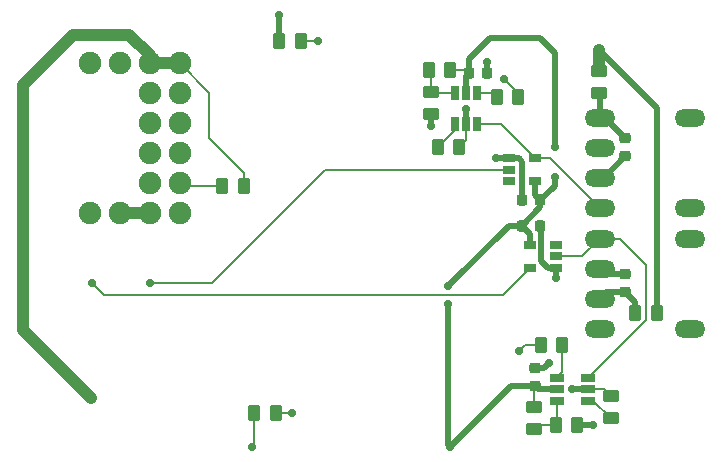
<source format=gbl>
G04 #@! TF.GenerationSoftware,KiCad,Pcbnew,(6.0.0)*
G04 #@! TF.CreationDate,2022-01-21T17:49:37-05:00*
G04 #@! TF.ProjectId,serial_interface,73657269-616c-45f6-996e-746572666163,D1*
G04 #@! TF.SameCoordinates,Original*
G04 #@! TF.FileFunction,Copper,L2,Bot*
G04 #@! TF.FilePolarity,Positive*
%FSLAX45Y45*%
G04 Gerber Fmt 4.5, Leading zero omitted, Abs format (unit mm)*
G04 Created by KiCad (PCBNEW (6.0.0)) date 2022-01-21 17:49:37*
%MOMM*%
%LPD*%
G01*
G04 APERTURE LIST*
G04 Aperture macros list*
%AMRoundRect*
0 Rectangle with rounded corners*
0 $1 Rounding radius*
0 $2 $3 $4 $5 $6 $7 $8 $9 X,Y pos of 4 corners*
0 Add a 4 corners polygon primitive as box body*
4,1,4,$2,$3,$4,$5,$6,$7,$8,$9,$2,$3,0*
0 Add four circle primitives for the rounded corners*
1,1,$1+$1,$2,$3*
1,1,$1+$1,$4,$5*
1,1,$1+$1,$6,$7*
1,1,$1+$1,$8,$9*
0 Add four rect primitives between the rounded corners*
20,1,$1+$1,$2,$3,$4,$5,0*
20,1,$1+$1,$4,$5,$6,$7,0*
20,1,$1+$1,$6,$7,$8,$9,0*
20,1,$1+$1,$8,$9,$2,$3,0*%
G04 Aperture macros list end*
G04 #@! TA.AperFunction,SMDPad,CuDef*
%ADD10R,0.650000X1.220000*%
G04 #@! TD*
G04 #@! TA.AperFunction,SMDPad,CuDef*
%ADD11R,1.220000X0.650000*%
G04 #@! TD*
G04 #@! TA.AperFunction,SMDPad,CuDef*
%ADD12R,1.060000X0.650000*%
G04 #@! TD*
G04 #@! TA.AperFunction,ComponentPad*
%ADD13C,1.900000*%
G04 #@! TD*
G04 #@! TA.AperFunction,SMDPad,CuDef*
%ADD14RoundRect,0.250000X0.262500X0.450000X-0.262500X0.450000X-0.262500X-0.450000X0.262500X-0.450000X0*%
G04 #@! TD*
G04 #@! TA.AperFunction,SMDPad,CuDef*
%ADD15RoundRect,0.250000X0.450000X-0.262500X0.450000X0.262500X-0.450000X0.262500X-0.450000X-0.262500X0*%
G04 #@! TD*
G04 #@! TA.AperFunction,SMDPad,CuDef*
%ADD16RoundRect,0.250000X-0.262500X-0.450000X0.262500X-0.450000X0.262500X0.450000X-0.262500X0.450000X0*%
G04 #@! TD*
G04 #@! TA.AperFunction,SMDPad,CuDef*
%ADD17RoundRect,0.250000X-0.450000X0.262500X-0.450000X-0.262500X0.450000X-0.262500X0.450000X0.262500X0*%
G04 #@! TD*
G04 #@! TA.AperFunction,ComponentPad*
%ADD18O,2.600000X1.500000*%
G04 #@! TD*
G04 #@! TA.AperFunction,SMDPad,CuDef*
%ADD19RoundRect,0.225000X-0.250000X0.225000X-0.250000X-0.225000X0.250000X-0.225000X0.250000X0.225000X0*%
G04 #@! TD*
G04 #@! TA.AperFunction,SMDPad,CuDef*
%ADD20RoundRect,0.225000X0.225000X0.250000X-0.225000X0.250000X-0.225000X-0.250000X0.225000X-0.250000X0*%
G04 #@! TD*
G04 #@! TA.AperFunction,SMDPad,CuDef*
%ADD21RoundRect,0.225000X0.250000X-0.225000X0.250000X0.225000X-0.250000X0.225000X-0.250000X-0.225000X0*%
G04 #@! TD*
G04 #@! TA.AperFunction,SMDPad,CuDef*
%ADD22RoundRect,0.225000X-0.225000X-0.250000X0.225000X-0.250000X0.225000X0.250000X-0.225000X0.250000X0*%
G04 #@! TD*
G04 #@! TA.AperFunction,ViaPad*
%ADD23C,0.700000*%
G04 #@! TD*
G04 #@! TA.AperFunction,Conductor*
%ADD24C,1.000000*%
G04 #@! TD*
G04 #@! TA.AperFunction,Conductor*
%ADD25C,0.500000*%
G04 #@! TD*
G04 #@! TA.AperFunction,Conductor*
%ADD26C,0.200000*%
G04 #@! TD*
G04 APERTURE END LIST*
D10*
X14895000Y-9794000D03*
X14800000Y-9794000D03*
X14705000Y-9794000D03*
X14705000Y-10056000D03*
X14800000Y-10056000D03*
X14895000Y-10056000D03*
D11*
X15569000Y-12205000D03*
X15569000Y-12300000D03*
X15569000Y-12395000D03*
X15831000Y-12395000D03*
X15831000Y-12300000D03*
X15831000Y-12205000D03*
D12*
X15165000Y-10535000D03*
X15165000Y-10440000D03*
X15165000Y-10345000D03*
X15385000Y-10345000D03*
X15385000Y-10535000D03*
X15560000Y-11080000D03*
X15560000Y-11175000D03*
X15560000Y-11270000D03*
X15340000Y-11270000D03*
X15340000Y-11080000D03*
D13*
X11613000Y-10810000D03*
X11867000Y-10810000D03*
X12121000Y-10810000D03*
X12375000Y-10810000D03*
X12121000Y-10556000D03*
X12375000Y-10556000D03*
X12121000Y-10302000D03*
X12375000Y-10302000D03*
X12375000Y-10048000D03*
X12121000Y-10048000D03*
X12375000Y-9794000D03*
X12121000Y-9794000D03*
X12375000Y-9540000D03*
X12121000Y-9540000D03*
X11867000Y-9540000D03*
X11613000Y-9540000D03*
D14*
X15616250Y-11925000D03*
X15433750Y-11925000D03*
D15*
X16025000Y-12541250D03*
X16025000Y-12358750D03*
D16*
X15558750Y-12600000D03*
X15741250Y-12600000D03*
D17*
X15375000Y-12453750D03*
X15375000Y-12636250D03*
D16*
X15058750Y-9825000D03*
X15241250Y-9825000D03*
X14558750Y-10250000D03*
X14741250Y-10250000D03*
D17*
X14500000Y-9783750D03*
X14500000Y-9966250D03*
D14*
X14666250Y-9600000D03*
X14483750Y-9600000D03*
D16*
X13008750Y-12500000D03*
X13191250Y-12500000D03*
X13217500Y-9350000D03*
X13400000Y-9350000D03*
D14*
X16416250Y-11650000D03*
X16233750Y-11650000D03*
D17*
X15925000Y-9608750D03*
X15925000Y-9791250D03*
D16*
X12733750Y-10575000D03*
X12916250Y-10575000D03*
D18*
X15930388Y-11026000D03*
X15930388Y-11280000D03*
X15930388Y-11534000D03*
X15930388Y-11788000D03*
X16700388Y-11788000D03*
X16700388Y-11026000D03*
X16700388Y-10001000D03*
X16700388Y-10763000D03*
X15930388Y-10763000D03*
X15930388Y-10509000D03*
X15930388Y-10255000D03*
X15930388Y-10001000D03*
D19*
X15381000Y-12272500D03*
X15381000Y-12117500D03*
D20*
X14977500Y-9625000D03*
X14822500Y-9625000D03*
D19*
X16150000Y-11322500D03*
X16150000Y-11477500D03*
D21*
X16150000Y-10327500D03*
X16150000Y-10172500D03*
D22*
X15272500Y-10700000D03*
X15427500Y-10700000D03*
D20*
X15427500Y-10915000D03*
X15272500Y-10915000D03*
D23*
X13325000Y-12500000D03*
X12987452Y-12787452D03*
X11625000Y-12375000D03*
X14650000Y-11575000D03*
X14650000Y-11425000D03*
X11629000Y-11396000D03*
X15550000Y-10500000D03*
X15550000Y-10250000D03*
X14662548Y-12787452D03*
X13550000Y-9350000D03*
X13217500Y-9132500D03*
X15925000Y-9425000D03*
X12125000Y-11400000D03*
X15250000Y-11975000D03*
X15500000Y-12075000D03*
X15875000Y-12600000D03*
X15700000Y-12300000D03*
X15560000Y-11360000D03*
X15055000Y-10345000D03*
X14500000Y-10075000D03*
X14800000Y-9925000D03*
X14977500Y-9525000D03*
X15125000Y-9675000D03*
D24*
X11867000Y-10810000D02*
X12121000Y-10810000D01*
D25*
X16416250Y-9916250D02*
X15925000Y-9425000D01*
X16416250Y-11650000D02*
X16416250Y-9916250D01*
X16233750Y-11561250D02*
X16150000Y-11477500D01*
X16233750Y-11650000D02*
X16233750Y-11561250D01*
D26*
X13191250Y-12500000D02*
X13325000Y-12500000D01*
X13008750Y-12766154D02*
X12987452Y-12787452D01*
X13008750Y-12500000D02*
X13008750Y-12766154D01*
D24*
X11050000Y-9725000D02*
X11050000Y-11800000D01*
X11050000Y-11800000D02*
X11625000Y-12375000D01*
X11475000Y-9300000D02*
X11050000Y-9725000D01*
X11950000Y-9300000D02*
X11475000Y-9300000D01*
X12121000Y-9471000D02*
X11950000Y-9300000D01*
X12121000Y-9540000D02*
X12121000Y-9471000D01*
X12375000Y-9540000D02*
X12121000Y-9540000D01*
D25*
X14650000Y-11575000D02*
X14650000Y-12774904D01*
X14650000Y-12774904D02*
X14662548Y-12787452D01*
X14662548Y-11412452D02*
X14650000Y-11425000D01*
D26*
X11733000Y-11500000D02*
X15110000Y-11500000D01*
X11629000Y-11396000D02*
X11733000Y-11500000D01*
X15110000Y-11500000D02*
X15340000Y-11270000D01*
X12625000Y-10175000D02*
X12625000Y-9790000D01*
X12625000Y-9790000D02*
X12375000Y-9540000D01*
X12916250Y-10575000D02*
X12916250Y-10466250D01*
X12916250Y-10466250D02*
X12625000Y-10175000D01*
X12394000Y-10575000D02*
X12733750Y-10575000D01*
X12375000Y-10556000D02*
X12394000Y-10575000D01*
D25*
X15427500Y-10700000D02*
X15550000Y-10577500D01*
X15550000Y-10577500D02*
X15550000Y-10500000D01*
X15550000Y-9450000D02*
X15550000Y-10250000D01*
X15000000Y-9325000D02*
X15425000Y-9325000D01*
X15425000Y-9325000D02*
X15550000Y-9450000D01*
X14822500Y-9502500D02*
X15000000Y-9325000D01*
X14822500Y-9625000D02*
X14822500Y-9502500D01*
X15160000Y-10915000D02*
X15272500Y-10915000D01*
X14662548Y-11412452D02*
X15160000Y-10915000D01*
X15177500Y-12272500D02*
X14662548Y-12787452D01*
X15381000Y-12272500D02*
X15177500Y-12272500D01*
D26*
X13400000Y-9350000D02*
X13550000Y-9350000D01*
D25*
X13217500Y-9350000D02*
X13217500Y-9132500D01*
D24*
X15925000Y-9608750D02*
X15925000Y-9425000D01*
D26*
X12650000Y-11400000D02*
X12125000Y-11400000D01*
X13660000Y-10440000D02*
X13610000Y-10440000D01*
X13610000Y-10440000D02*
X12650000Y-11400000D01*
X13735000Y-10440000D02*
X13660000Y-10440000D01*
X13785000Y-10440000D02*
X13735000Y-10440000D01*
X15165000Y-10440000D02*
X13785000Y-10440000D01*
X15569000Y-12589750D02*
X15558750Y-12600000D01*
X15569000Y-12395000D02*
X15569000Y-12589750D01*
X15300000Y-11925000D02*
X15250000Y-11975000D01*
X15433750Y-11925000D02*
X15300000Y-11925000D01*
X15616250Y-12157750D02*
X15616250Y-11925000D01*
X15569000Y-12205000D02*
X15616250Y-12157750D01*
D25*
X15457500Y-12117500D02*
X15500000Y-12075000D01*
X15381000Y-12117500D02*
X15457500Y-12117500D01*
X15408500Y-12300000D02*
X15381000Y-12272500D01*
X15569000Y-12300000D02*
X15408500Y-12300000D01*
D26*
X15375000Y-12278500D02*
X15381000Y-12272500D01*
X15375000Y-12453750D02*
X15375000Y-12278500D01*
X15411250Y-12600000D02*
X15375000Y-12636250D01*
X15558750Y-12600000D02*
X15411250Y-12600000D01*
D25*
X15741250Y-12600000D02*
X15875000Y-12600000D01*
X15831000Y-12300000D02*
X15700000Y-12300000D01*
D26*
X14741250Y-10250000D02*
X14800000Y-10191250D01*
X14800000Y-10191250D02*
X14800000Y-10056000D01*
X15966250Y-12300000D02*
X15831000Y-12300000D01*
X16025000Y-12358750D02*
X15966250Y-12300000D01*
X15878750Y-12395000D02*
X16025000Y-12541250D01*
X15831000Y-12395000D02*
X15878750Y-12395000D01*
X16325000Y-11250000D02*
X16325000Y-11711000D01*
X16101000Y-11026000D02*
X16325000Y-11250000D01*
X16325000Y-11711000D02*
X15831000Y-12205000D01*
X15930388Y-11026000D02*
X16101000Y-11026000D01*
X15781388Y-11175000D02*
X15930388Y-11026000D01*
X15560000Y-11175000D02*
X15781388Y-11175000D01*
D25*
X15930388Y-9796638D02*
X15925000Y-9791250D01*
X15930388Y-10001000D02*
X15930388Y-9796638D01*
X15968500Y-10509000D02*
X16150000Y-10327500D01*
X15930388Y-10509000D02*
X15968500Y-10509000D01*
X15978500Y-10001000D02*
X16150000Y-10172500D01*
X15930388Y-10001000D02*
X15978500Y-10001000D01*
X15921388Y-11525000D02*
X15930388Y-11534000D01*
X15986888Y-11477500D02*
X15930388Y-11534000D01*
X16150000Y-11477500D02*
X15986888Y-11477500D01*
X15972888Y-11322500D02*
X15930388Y-11280000D01*
X16150000Y-11322500D02*
X15972888Y-11322500D01*
X15560000Y-11270000D02*
X15560000Y-11360000D01*
X15495000Y-11270000D02*
X15560000Y-11270000D01*
X15437951Y-10925451D02*
X15437951Y-11212951D01*
X15437951Y-11212951D02*
X15495000Y-11270000D01*
X15427500Y-10915000D02*
X15437951Y-10925451D01*
X15340000Y-10982500D02*
X15340000Y-11080000D01*
X15272500Y-10915000D02*
X15340000Y-10982500D01*
X15427500Y-10760000D02*
X15272500Y-10915000D01*
X15427500Y-10700000D02*
X15427500Y-10760000D01*
X15165000Y-10345000D02*
X15055000Y-10345000D01*
X15385000Y-10657500D02*
X15427500Y-10700000D01*
X15385000Y-10535000D02*
X15385000Y-10657500D01*
X15272500Y-10372098D02*
X15272500Y-10700000D01*
X15245402Y-10345000D02*
X15272500Y-10372098D01*
X15165000Y-10345000D02*
X15245402Y-10345000D01*
X14500000Y-9966250D02*
X14500000Y-10075000D01*
X14800000Y-10056000D02*
X14800000Y-9925000D01*
X14977500Y-9625000D02*
X14977500Y-9525000D01*
X14800000Y-9647500D02*
X14822500Y-9625000D01*
X14800000Y-9794000D02*
X14800000Y-9647500D01*
D26*
X14797500Y-9600000D02*
X14822500Y-9625000D01*
X14666250Y-9600000D02*
X14797500Y-9600000D01*
X14500000Y-9616250D02*
X14483750Y-9600000D01*
X14500000Y-9783750D02*
X14500000Y-9616250D01*
X14510250Y-9794000D02*
X14500000Y-9783750D01*
X14705000Y-9794000D02*
X14510250Y-9794000D01*
X14705000Y-10103750D02*
X14558750Y-10250000D01*
X14705000Y-10056000D02*
X14705000Y-10103750D01*
X15512388Y-10345000D02*
X15930388Y-10763000D01*
X15385000Y-10345000D02*
X15512388Y-10345000D01*
X15096000Y-10056000D02*
X15385000Y-10345000D01*
X14895000Y-10056000D02*
X15096000Y-10056000D01*
X15241250Y-9791250D02*
X15125000Y-9675000D01*
X15241250Y-9825000D02*
X15241250Y-9791250D01*
X14895000Y-9794000D02*
X15027750Y-9794000D01*
X15027750Y-9794000D02*
X15058750Y-9825000D01*
M02*

</source>
